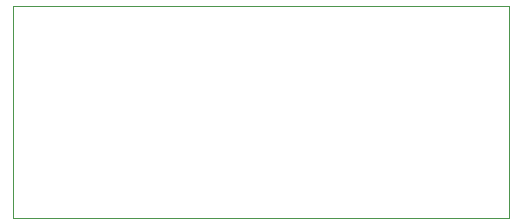
<source format=gbr>
%TF.GenerationSoftware,KiCad,Pcbnew,(5.1.6)-1*%
%TF.CreationDate,2020-11-19T21:10:57+01:00*%
%TF.ProjectId,rs485_transceiver,72733438-355f-4747-9261-6e7363656976,rev?*%
%TF.SameCoordinates,Original*%
%TF.FileFunction,Profile,NP*%
%FSLAX46Y46*%
G04 Gerber Fmt 4.6, Leading zero omitted, Abs format (unit mm)*
G04 Created by KiCad (PCBNEW (5.1.6)-1) date 2020-11-19 21:10:57*
%MOMM*%
%LPD*%
G01*
G04 APERTURE LIST*
%TA.AperFunction,Profile*%
%ADD10C,0.050000*%
%TD*%
G04 APERTURE END LIST*
D10*
X205500000Y-106000000D02*
X181500000Y-106000000D01*
X205500000Y-124000000D02*
X205500000Y-106000000D01*
X163500000Y-124000000D02*
X205500000Y-124000000D01*
X163500000Y-106000000D02*
X163500000Y-124000000D01*
X181500000Y-106000000D02*
X163500000Y-106000000D01*
M02*

</source>
